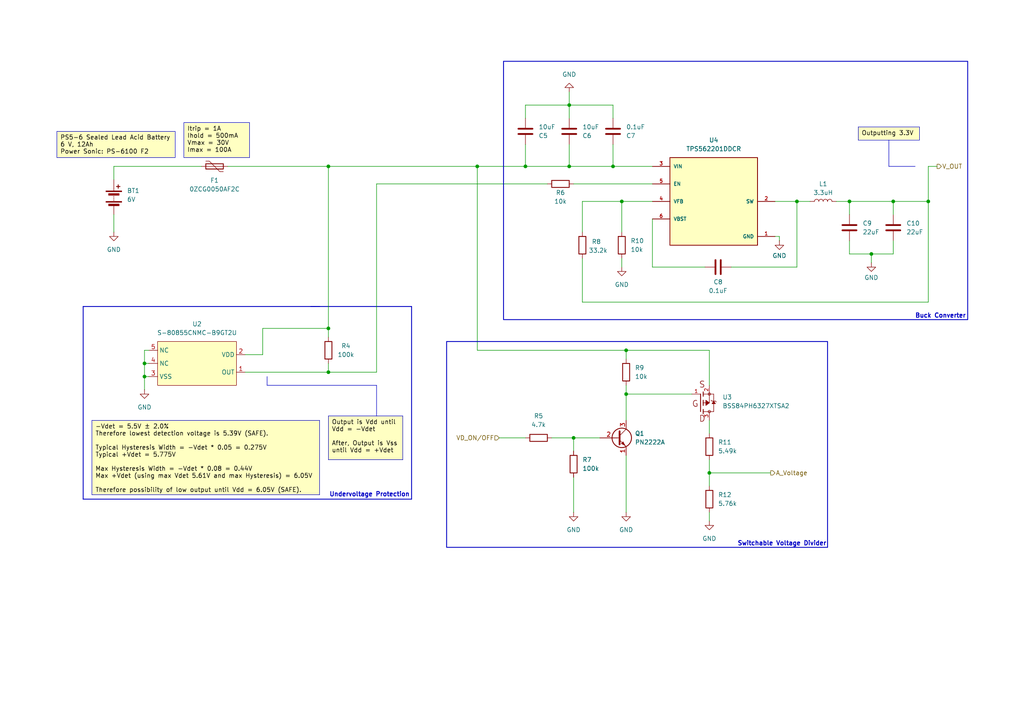
<source format=kicad_sch>
(kicad_sch (version 20231120) (generator "eeschema") (generator_version "8.0")
  (paper "A4")
  (title_block (title "Power") (date "2024-12-04") (rev "1.0") (company "PACS"))
  (lib_symbols
    (symbol "BSS84PH6327XTSA2:BSS84PH6327XTSA2" (pin_names (offset 1.016))
      (property "Reference" "U" (at 6.35 0 0))
      (property "Value" "BSS84PH6327XTSA2" (at 6.35 -2.54 0))
      (symbol "BSS84PH6327XTSA2_0_0"
        (polyline (pts (xy 0 -2.54) (xy 0 2.54)) (stroke (width 0.254)))
        (polyline (pts (xy 0.762 -3.175) (xy 0.762 -2.54)) (stroke (width 0.254)))
        (polyline (pts (xy 0.762 -2.54) (xy 0.762 -1.905)) (stroke (width 0.254)))
        (polyline (pts (xy 0.762 -2.54) (xy 3.81 -2.54)) (stroke (width 0.1524)))
        (polyline (pts (xy 0.762 -0.762) (xy 0.762 0)) (stroke (width 0.254)))
        (polyline (pts (xy 0.762 0) (xy 0.762 0.762)) (stroke (width 0.254)))
        (polyline (pts (xy 0.762 0) (xy 2.54 0)) (stroke (width 0.1524)))
        (polyline (pts (xy 0.762 1.905) (xy 0.762 2.54)) (stroke (width 0.254)))
        (polyline (pts (xy 0.762 2.54) (xy 0.762 3.175)) (stroke (width 0.254)))
        (polyline (pts (xy 2.54 0) (xy 2.54 2.54)) (stroke (width 0.1524)))
        (polyline (pts (xy 2.54 2.54) (xy 0.762 2.54)) (stroke (width 0.1524)))
        (polyline (pts (xy 2.54 2.54) (xy 3.81 2.54)) (stroke (width 0.1524)))
        (polyline (pts (xy 3.048 0.762) (xy 3.302 0.508)) (stroke (width 0.1524)))
        (polyline (pts (xy 3.302 0.508) (xy 3.81 0.508)) (stroke (width 0.1524)))
        (polyline (pts (xy 3.81 -2.54) (xy 3.81 0.508)) (stroke (width 0.1524)))
        (polyline (pts (xy 3.81 0.508) (xy 3.81 2.54)) (stroke (width 0.1524)))
        (polyline (pts (xy 3.81 0.508) (xy 4.318 0.508)) (stroke (width 0.1524)))
        (polyline (pts (xy 4.318 0.508) (xy 4.572 0.254)) (stroke (width 0.1524)))
        (polyline (pts (xy 2.54 0) (xy 1.524 0.762) (xy 1.524 -0.762) (xy 2.54 0)) (stroke (width 0.1524)) (fill (type outline)))
        (polyline (pts (xy 3.81 0.508) (xy 4.318 -0.254) (xy 3.302 -0.254) (xy 3.81 0.508)) (stroke (width 0.1524)) (fill (type outline)))
        (circle (center 2.54 -2.54) (radius 0.3592))
        (circle (center 2.54 2.54) (radius 0.3592))
        (text "D" (at -0.508 -5.588 0) (effects (font (size 1.778 1.778)) (justify left bottom)))
        (text "G" (at -2.54 -1.27 0) (effects (font (size 1.778 1.778)) (justify left bottom)))
        (text "S" (at -0.508 4.318 0) (effects (font (size 1.778 1.778)) (justify left bottom)))
        (pin passive line (at -2.54 2.54 0) (length 2.54) (name "~") (number "1"))
        (pin passive line (at 2.54 5.08 270) (length 2.54) (name "~") (number "2"))
        (pin passive line (at 2.54 -5.08 90) (length 2.54) (name "~") (number "3"))
      )
    )
    (symbol "Device:Battery" (pin_numbers hide) (pin_names (offset 0) hide)
      (property "Reference" "BT" (at 2.54 2.54 0))
      (property "Value" "Battery" (at 2.54 0 0))
      (symbol "Battery_0_1"
        (rectangle (start -2.286 -1.27) (end 2.286 -1.524) (fill (type outline)))
        (rectangle (start -2.286 1.778) (end 2.286 1.524) (fill (type outline)))
        (rectangle (start -1.524 -2.032) (end 1.524 -2.54) (fill (type outline)))
        (rectangle (start -1.524 1.016) (end 1.524 0.508) (fill (type outline)))
        (polyline (pts (xy 0 -1.016) (xy 0 -0.762)))
        (polyline (pts (xy 0 -0.508) (xy 0 -0.254)))
        (polyline (pts (xy 0 0) (xy 0 0.254)))
        (polyline (pts (xy 0 1.778) (xy 0 2.54)))
        (polyline (pts (xy 0.762 3.048) (xy 1.778 3.048)) (stroke (width 0.254)))
        (polyline (pts (xy 1.27 3.556) (xy 1.27 2.54)) (stroke (width 0.254)))
      )
      (symbol "Battery_1_1"
        (pin passive line (at 0 5.08 270) (length 2.54) (name "+") (number "1"))
        (pin passive line (at 0 -5.08 90) (length 2.54) (name "-") (number "2"))
      )
    )
    (symbol "Device:C" (pin_numbers hide) (pin_names (offset 0.254))
      (property "Reference" "C" (at 0.635 2.54 0))
      (property "Value" "C" (at 0.635 -2.54 0))
      (symbol "C_0_1"
        (polyline (pts (xy -2.032 -0.762) (xy 2.032 -0.762)) (stroke (width 0.508)))
        (polyline (pts (xy -2.032 0.762) (xy 2.032 0.762)) (stroke (width 0.508)))
      )
      (symbol "C_1_1"
        (pin passive line (at 0 3.81 270) (length 2.794) (name "~") (number "1"))
        (pin passive line (at 0 -3.81 90) (length 2.794) (name "~") (number "2"))
      )
    )
    (symbol "Device:L" (pin_numbers hide) (pin_names (offset 1.016) hide)
      (property "Reference" "L" (at -1.27 0 90))
      (property "Value" "L" (at 1.905 0 90))
      (symbol "L_0_1"
        (arc (start 0 -2.54) (mid 0.6323 -1.905) (end 0 -1.27))
        (arc (start 0 -1.27) (mid 0.6323 -0.635) (end 0 0))
        (arc (start 0 0) (mid 0.6323 0.635) (end 0 1.27))
        (arc (start 0 1.27) (mid 0.6323 1.905) (end 0 2.54))
      )
      (symbol "L_1_1"
        (pin passive line (at 0 3.81 270) (length 1.27) (name "1") (number "1"))
        (pin passive line (at 0 -3.81 90) (length 1.27) (name "2") (number "2"))
      )
    )
    (symbol "Device:Polyfuse" (pin_numbers hide) (pin_names (offset 0))
      (property "Reference" "F" (at -2.54 0 90))
      (property "Value" "Polyfuse" (at 2.54 0 90))
      (symbol "Polyfuse_0_1"
        (rectangle (start -0.762 2.54) (end 0.762 -2.54) (stroke (width 0.254)))
        (polyline (pts (xy 0 2.54) (xy 0 -2.54)))
        (polyline (pts (xy -1.524 2.54) (xy -1.524 1.524) (xy 1.524 -1.524) (xy 1.524 -2.54)))
      )
      (symbol "Polyfuse_1_1"
        (pin passive line (at 0 3.81 270) (length 1.27) (name "~") (number "1"))
        (pin passive line (at 0 -3.81 90) (length 1.27) (name "~") (number "2"))
      )
    )
    (symbol "Device:R" (pin_numbers hide) (pin_names (offset 0))
      (property "Reference" "R" (at 2.032 0 90))
      (property "Value" "R" (at 0 0 90))
      (symbol "R_0_1"
        (rectangle (start -1.016 -2.54) (end 1.016 2.54) (stroke (width 0.254)))
      )
      (symbol "R_1_1"
        (pin passive line (at 0 3.81 270) (length 1.27) (name "~") (number "1"))
        (pin passive line (at 0 -3.81 90) (length 1.27) (name "~") (number "2"))
      )
    )
    (symbol "S-80855CNMC-B9GT2U:S-80855CNMC-B9GT2U"
      (property "Reference" "U" (at 0 0 0))
      (property "Value" "S-80855CNMC-B9GT2U" (at 0 -2.54 0))
      (symbol "S-80855CNMC-B9GT2U_1_1"
        (rectangle (start -11.43 -3.81) (end 11.43 -16.51) (fill (type background)))
        (pin output line (at 13.97 -12.7 180) (length 2.54) (name "OUT") (number "1"))
        (pin passive line (at 13.97 -7.62 180) (length 2.54) (name "VDD") (number "2"))
        (pin passive line (at -13.97 -13.97 0) (length 2.54) (name "VSS") (number "3"))
        (pin passive line (at -13.97 -10.16 0) (length 2.54) (name "NC") (number "4"))
        (pin passive line (at -13.97 -6.35 0) (length 2.54) (name "NC") (number "5"))
      )
    )
    (symbol "TPS562201DDCR:TPS562201DDCR" (pin_names (offset 1.016))
      (property "Reference" "U" (at -12.7 13.7 0))
      (property "Value" "TPS562201DDCR" (at -12.7 -16.7 0))
      (symbol "TPS562201DDCR_0_0"
        (rectangle (start -12.7 -12.7) (end 12.7 12.7) (stroke (width 0.254)) (fill (type background)))
        (pin power_in line (at 17.78 -10.16 180) (length 5.08) (name "GND") (number "1"))
        (pin bidirectional line (at 17.78 0 180) (length 5.08) (name "SW") (number "2"))
        (pin power_in line (at -17.78 10.16 0) (length 5.08) (name "VIN") (number "3"))
        (pin input line (at -17.78 0 0) (length 5.08) (name "VFB") (number "4"))
        (pin input line (at -17.78 5.08 0) (length 5.08) (name "EN") (number "5"))
        (pin input line (at -17.78 -5.08 0) (length 5.08) (name "VBST") (number "6"))
      )
    )
    (symbol "Transistor_BJT:PN2222A" (pin_names (offset 0) hide)
      (property "Reference" "Q" (at 5.08 1.905 0))
      (property "Value" "PN2222A" (at 5.08 0 0))
      (symbol "PN2222A_0_1"
        (polyline (pts (xy 0 0) (xy 0.635 0)))
        (polyline (pts (xy 2.54 -2.54) (xy 0.635 -0.635)))
        (polyline (pts (xy 2.54 2.54) (xy 0.635 0.635)))
        (polyline (pts (xy 0.635 1.905) (xy 0.635 -1.905) (xy 0.635 -1.905)) (stroke (width 0.508)))
        (polyline (pts (xy 2.413 -2.413) (xy 1.905 -1.905) (xy 1.905 -1.905)))
        (polyline (pts (xy 1.143 -1.651) (xy 1.651 -1.143) (xy 2.159 -2.159) (xy 1.143 -1.651) (xy 1.143 -1.651)) (fill (type outline)))
        (circle (center 1.27 0) (radius 2.8194) (stroke (width 0.254)))
      )
      (symbol "PN2222A_1_1"
        (pin passive line (at 2.54 -5.08 90) (length 2.54) (name "E") (number "1"))
        (pin input line (at -5.08 0 0) (length 5.08) (name "B") (number "2"))
        (pin passive line (at 2.54 5.08 270) (length 2.54) (name "C") (number "3"))
      )
    )
    (symbol "power:GND" (power) (pin_numbers hide) (pin_names (offset 0) hide)
      (property "Value" "GND" (at 0 -3.81 0))
      (symbol "GND_0_1"
        (polyline (pts (xy 0 0) (xy 0 -1.27) (xy 1.27 -1.27) (xy 0 -2.54) (xy -1.27 -1.27) (xy 0 -1.27)))
      )
      (symbol "GND_1_1"
        (pin power_in line (at 0 0 270) (length 0) (name "~") (number "1"))
      )
    )
  )
  (junction (at 181.61 114.3))
  (junction (at 180.34 58.42))
  (junction (at 95.25 95.25))
  (junction (at 205.74 137.16))
  (junction (at 269.24 58.42))
  (junction (at 41.91 109.22))
  (junction (at 41.91 105.41))
  (junction (at 95.25 107.95))
  (junction (at 177.8 48.26))
  (junction (at 166.37 127))
  (junction (at 181.61 101.6))
  (junction (at 231.14 58.42))
  (junction (at 246.38 58.42))
  (junction (at 165.1 48.26))
  (junction (at 252.73 73.66))
  (junction (at 95.25 48.26))
  (junction (at 165.1 30.48))
  (junction (at 152.4 48.26))
  (junction (at 138.43 48.26))
  (junction (at 259.08 58.42))
  (wire (pts (xy 33.02 48.26) (xy 33.02 52.07)))
  (wire (pts (xy 109.22 53.34) (xy 158.75 53.34)))
  (wire (pts (xy 95.25 48.26) (xy 138.43 48.26)))
  (wire (pts (xy 177.8 48.26) (xy 177.8 41.91)))
  (wire (pts (xy 180.34 74.93) (xy 180.34 77.47)))
  (wire (pts (xy 76.2 95.25) (xy 95.25 95.25)))
  (wire (pts (xy 189.23 58.42) (xy 180.34 58.42)))
  (wire (pts (xy 246.38 58.42) (xy 246.38 62.23)))
  (wire (pts (xy 41.91 105.41) (xy 43.18 105.41)))
  (wire (pts (xy 165.1 48.26) (xy 165.1 41.91)))
  (polyline (pts (xy 257.81 40.64) (xy 257.81 48.26)))
  (wire (pts (xy 269.24 48.26) (xy 271.78 48.26)))
  (wire (pts (xy 168.91 87.63) (xy 168.91 74.93)))
  (wire (pts (xy 165.1 30.48) (xy 165.1 26.67)))
  (wire (pts (xy 152.4 48.26) (xy 152.4 41.91)))
  (wire (pts (xy 166.37 138.43) (xy 166.37 148.59)))
  (wire (pts (xy 41.91 105.41) (xy 41.91 109.22)))
  (wire (pts (xy 246.38 69.85) (xy 246.38 73.66)))
  (wire (pts (xy 177.8 30.48) (xy 177.8 34.29)))
  (wire (pts (xy 205.74 121.92) (xy 205.74 125.73)))
  (wire (pts (xy 224.79 58.42) (xy 231.14 58.42)))
  (polyline (pts (xy 257.81 48.26) (xy 265.43 48.26)))
  (wire (pts (xy 177.8 48.26) (xy 189.23 48.26)))
  (wire (pts (xy 76.2 95.25) (xy 76.2 102.87)))
  (wire (pts (xy 144.78 127) (xy 152.4 127)))
  (wire (pts (xy 259.08 62.23) (xy 259.08 58.42)))
  (wire (pts (xy 138.43 101.6) (xy 138.43 48.26)))
  (wire (pts (xy 181.61 111.76) (xy 181.61 114.3)))
  (wire (pts (xy 205.74 148.59) (xy 205.74 151.13)))
  (wire (pts (xy 43.18 109.22) (xy 41.91 109.22)))
  (wire (pts (xy 181.61 101.6) (xy 181.61 104.14)))
  (wire (pts (xy 152.4 48.26) (xy 165.1 48.26)))
  (wire (pts (xy 165.1 48.26) (xy 177.8 48.26)))
  (wire (pts (xy 204.47 77.47) (xy 189.23 77.47)))
  (wire (pts (xy 181.61 101.6) (xy 138.43 101.6)))
  (wire (pts (xy 246.38 58.42) (xy 259.08 58.42)))
  (wire (pts (xy 231.14 77.47) (xy 212.09 77.47)))
  (wire (pts (xy 259.08 73.66) (xy 259.08 69.85)))
  (wire (pts (xy 168.91 87.63) (xy 269.24 87.63)))
  (wire (pts (xy 109.22 53.34) (xy 109.22 107.95)))
  (wire (pts (xy 205.74 101.6) (xy 181.61 101.6)))
  (wire (pts (xy 226.06 68.58) (xy 224.79 68.58)))
  (wire (pts (xy 166.37 53.34) (xy 189.23 53.34)))
  (wire (pts (xy 269.24 48.26) (xy 269.24 58.42)))
  (wire (pts (xy 168.91 58.42) (xy 180.34 58.42)))
  (polyline (pts (xy 109.22 111.76) (xy 77.47 111.76)))
  (wire (pts (xy 269.24 58.42) (xy 269.24 87.63)))
  (wire (pts (xy 181.61 132.08) (xy 181.61 148.59)))
  (wire (pts (xy 189.23 63.5) (xy 189.23 77.47)))
  (wire (pts (xy 152.4 34.29) (xy 152.4 30.48)))
  (wire (pts (xy 95.25 107.95) (xy 109.22 107.95)))
  (wire (pts (xy 33.02 62.23) (xy 33.02 67.31)))
  (polyline (pts (xy 24.13 88.9) (xy 24.13 144.78)) (stroke (width 0.254)))
  (wire (pts (xy 95.25 95.25) (xy 95.25 97.79)))
  (wire (pts (xy 165.1 34.29) (xy 165.1 30.48)))
  (polyline (pts (xy 90.17 88.9) (xy 92.71 88.9)) (stroke (width 0.254)))
  (wire (pts (xy 76.2 102.87) (xy 71.12 102.87)))
  (wire (pts (xy 205.74 101.6) (xy 205.74 111.76)))
  (wire (pts (xy 246.38 73.66) (xy 252.73 73.66)))
  (wire (pts (xy 152.4 30.48) (xy 165.1 30.48)))
  (wire (pts (xy 180.34 58.42) (xy 180.34 67.31)))
  (wire (pts (xy 181.61 114.3) (xy 200.66 114.3)))
  (wire (pts (xy 33.02 48.26) (xy 58.42 48.26)))
  (wire (pts (xy 181.61 114.3) (xy 181.61 121.92)))
  (polyline (pts (xy 119.38 144.78) (xy 119.38 88.9)) (stroke (width 0.254)))
  (wire (pts (xy 66.04 48.26) (xy 95.25 48.26)))
  (wire (pts (xy 95.25 105.41) (xy 95.25 107.95)))
  (wire (pts (xy 71.12 107.95) (xy 95.25 107.95)))
  (wire (pts (xy 41.91 101.6) (xy 43.18 101.6)))
  (wire (pts (xy 269.24 58.42) (xy 259.08 58.42)))
  (wire (pts (xy 166.37 127) (xy 166.37 130.81)))
  (wire (pts (xy 205.74 137.16) (xy 223.52 137.16)))
  (wire (pts (xy 205.74 133.35) (xy 205.74 137.16)))
  (wire (pts (xy 252.73 73.66) (xy 259.08 73.66)))
  (wire (pts (xy 205.74 137.16) (xy 205.74 140.97)))
  (polyline (pts (xy 109.22 111.76) (xy 109.22 120.65)))
  (polyline (pts (xy 77.47 109.22) (xy 77.47 111.76)))
  (wire (pts (xy 41.91 109.22) (xy 41.91 113.03)))
  (polyline (pts (xy 91.44 88.9) (xy 24.13 88.9)) (stroke (width 0.254)))
  (wire (pts (xy 173.99 127) (xy 166.37 127)))
  (wire (pts (xy 41.91 101.6) (xy 41.91 105.41)))
  (wire (pts (xy 226.06 69.85) (xy 226.06 68.58)))
  (wire (pts (xy 231.14 58.42) (xy 231.14 77.47)))
  (polyline (pts (xy 119.38 88.9) (xy 90.17 88.9)) (stroke (width 0.254)))
  (wire (pts (xy 231.14 58.42) (xy 234.95 58.42)))
  (wire (pts (xy 242.57 58.42) (xy 246.38 58.42)))
  (wire (pts (xy 138.43 48.26) (xy 152.4 48.26)))
  (wire (pts (xy 165.1 30.48) (xy 177.8 30.48)))
  (polyline (pts (xy 24.13 144.78) (xy 119.38 144.78)) (stroke (width 0.254)))
  (wire (pts (xy 168.91 67.31) (xy 168.91 58.42)))
  (wire (pts (xy 160.02 127) (xy 166.37 127)))
  (wire (pts (xy 95.25 48.26) (xy 95.25 95.25)))
  (wire (pts (xy 252.73 73.66) (xy 252.73 76.2)))
  (rectangle (start 129.54 99.06) (end 240.03 158.75) (stroke (width 0.254)))
  (rectangle (start 146.05 17.78) (end 280.67 92.71) (stroke (width 0.254)))
  (text_box "Output is Vdd until Vdd = -Vdet\n\nAfter, Output is Vss until Vdd = +Vdet" (at 95.25 120.65 0) (size 21.59 12.7) (fill (type color) (color 255 255 194 1)) (effects (font (size 1.27 1.27)) (justify left top)))
  (text_box "-Vdet = 5.5V ± 2.0%\nTherefore lowest detection voltage is 5.39V (SAFE).\n\nTypical Hysteresis Width = -Vdet * 0.05 = 0.275V\nTypical +Vdet = 5.775V\n\nMax Hysteresis Width = -Vdet * 0.08 = 0.44V\nMax +Vdet (using max Vdet 5.61V and max Hysteresis) = 6.05V\n\nTherefore possibility of low output until Vdd = 6.05V (SAFE)." (at 26.67 121.92 0) (size 66.04 21.59) (fill (type color) (color 255 255 194 1)) (effects (font (size 1.27 1.27)) (justify left top)))
  (text_box "Outputting 3.3V" (at 248.92 36.83 0) (size 17.78 3.81) (fill (type color) (color 255 255 194 1)) (effects (font (size 1.27 1.27)) (justify left top)))
  (text_box "Itrip = 1A\nIhold = 500mA\nVmax = 30V\nImax = 100A" (at 53.34 35.56 0) (size 19.05 10.16) (fill (type color) (color 255 255 194 1)) (effects (font (size 1.27 1.27)) (justify left top)))
  (text_box "PS5-6 Sealed Lead Acid Battery\n6 V, 12Ah\nPower Sonic: PS-6100 F2" (at 16.51 38.1 0) (size 34.29 7.62) (fill (type color) (color 255 255 194 1)) (effects (font (size 1.27 1.27)) (justify left top)))
  (text "Switchable Voltage Divider" (at 226.822 157.734 0) (effects (font (size 1.27 1.27) (thickness 0.254) (bold yes))))
  (text "Undervoltage Protection" (at 107.188 143.51 0) (effects (font (size 1.27 1.27) (thickness 0.254) (bold yes))))
  (text "Buck Converter" (at 272.796 91.694 0) (effects (font (size 1.27 1.27) (thickness 0.254) (bold yes))))
  (hierarchical_label "V_OUT" (shape output) (at 271.78 48.26 0))
  (hierarchical_label "VD_ON{slash}OFF" (shape input) (at 144.78 127 180))
  (hierarchical_label "A_Voltage" (shape output) (at 223.52 137.16 0))
  (symbol (lib_id "Device:R") (at 162.56 53.34 90) (unit 1)
    (property "Reference" "R6" (at 162.56 55.88 90))
    (property "Value" "10k" (at 162.56 58.42 90))
    (property "Description" "Resistor" (effects (hide yes)))
  )
  (symbol (lib_id "Device:C") (at 165.1 38.1 0) (mirror x) (unit 1)
    (property "Reference" "C6" (at 168.91 39.3701 0) (effects (justify left)))
    (property "Value" "10uF" (at 168.91 36.8301 0) (effects (justify left)))
    (property "Description" "Unpolarized capacitor" (effects (hide yes)))
  )
  (symbol (lib_id "power:GND") (at 181.61 148.59 0) (unit 1)
    (property "Reference" "#PWR015" (effects (hide yes)))
    (property "Value" "GND" (at 181.61 153.67 0))
    (property "Description" "Power symbol creates a global label with name \"GND\" , ground" (effects (hide yes)))
  )
  (symbol (lib_id "power:GND") (at 226.06 69.85 0) (unit 1)
    (property "Reference" "#PWR018" (effects (hide yes)))
    (property "Value" "GND" (at 226.06 74.168 0))
    (property "Description" "Power symbol creates a global label with name \"GND\" , ground" (effects (hide yes)))
  )
  (symbol (lib_id "Device:R") (at 156.21 127 90) (unit 1)
    (property "Reference" "R5" (at 156.21 120.65 90))
    (property "Value" "4.7k" (at 156.21 123.19 90))
    (property "Description" "Resistor" (effects (hide yes)))
  )
  (symbol (lib_id "Device:R") (at 95.25 101.6 0) (mirror y) (unit 1)
    (property "Reference" "R4" (at 100.33 100.33 0))
    (property "Value" "100k" (at 100.33 102.87 0))
    (property "Description" "Resistor" (effects (hide yes)))
  )
  (symbol (lib_id "Device:C") (at 208.28 77.47 90) (unit 1)
    (property "Reference" "C8" (at 208.28 81.788 90))
    (property "Value" "0.1uF" (at 208.28 84.328 90))
    (property "Description" "Unpolarized capacitor" (effects (hide yes)))
  )
  (symbol (lib_id "power:GND") (at 252.73 76.2 0) (unit 1)
    (property "Reference" "#PWR019" (effects (hide yes)))
    (property "Value" "GND" (at 252.73 80.518 0))
    (property "Description" "Power symbol creates a global label with name \"GND\" , ground" (effects (hide yes)))
  )
  (symbol (lib_id "power:GND") (at 41.91 113.03 0) (unit 1)
    (property "Reference" "#PWR012" (effects (hide yes)))
    (property "Value" "GND" (at 41.91 118.11 0))
    (property "Description" "Power symbol creates a global label with name \"GND\" , ground" (effects (hide yes)))
  )
  (symbol (lib_id "Device:C") (at 259.08 66.04 0) (unit 1)
    (property "Reference" "C10" (at 262.89 64.7699 0) (effects (justify left)))
    (property "Value" "22uF" (at 262.89 67.3099 0) (effects (justify left)))
    (property "Description" "Unpolarized capacitor" (effects (hide yes)))
  )
  (symbol (lib_id "Transistor_BJT:PN2222A") (at 179.07 127 0) (unit 1)
    (property "Reference" "Q1" (at 184.15 125.7299 0) (effects (justify left)))
    (property "Value" "PN2222A" (at 184.15 128.2699 0) (effects (justify left)))
    (property "Footprint" "Package_TO_SOT_THT:TO-92_Inline" (effects (hide yes)))
    (property "Datasheet" "https://www.onsemi.com/pub/Collateral/PN2222-D.PDF" (effects (hide yes)))
    (property "Description" "1A Ic, 40V Vce, NPN Transistor, General Purpose Transistor, TO-92" (effects (hide yes)))
  )
  (symbol (lib_id "Device:Battery") (at 33.02 57.15 0) (unit 1)
    (property "Reference" "BT1" (at 36.83 55.3084 0) (effects (justify left)))
    (property "Value" "6V" (at 36.83 57.8484 0) (effects (justify left)))
    (property "Description" "Multiple-cell battery" (effects (hide yes)))
  )
  (symbol (lib_id "power:GND") (at 166.37 148.59 0) (unit 1)
    (property "Reference" "#PWR013" (effects (hide yes)))
    (property "Value" "GND" (at 166.37 153.67 0))
    (property "Description" "Power symbol creates a global label with name \"GND\" , ground" (effects (hide yes)))
  )
  (symbol (lib_id "BSS84PH6327XTSA2:BSS84PH6327XTSA2") (at 203.2 116.84 0) (unit 1)
    (property "Reference" "U3" (at 209.55 115.1902 0) (effects (justify left)))
    (property "Value" "BSS84PH6327XTSA2" (at 209.55 117.7302 0) (effects (justify left)))
    (property "Footprint" "BSS84PH6327XTSA2:SOT-23-3" (effects (hide yes)))
    (property "MF" "Infineon" (effects (hide yes)))
    (property "Description_1" "\n                        \n                            Infineon's highly innovative OptiMOSâ„¢ families include p-channel power MOSFETs.\n                        \n" (effects (hide yes)))
    (property "Package" "SOT-23 Infineon Technologies" (effects (hide yes)))
    (property "Price" "None" (effects (hide yes)))
    (property "SnapEDA_Link" "https://www.snapeda.com/parts/BSS84PH6327XTSA2/Infineon/view-part/?ref=snap" (effects (hide yes)))
    (property "MP" "BSS84PH6327XTSA2" (effects (hide yes)))
    (property "Availability" "In Stock" (effects (hide yes)))
    (property "Check_prices" "https://www.snapeda.com/parts/BSS84PH6327XTSA2/Infineon/view-part/?ref=eda" (effects (hide yes)))
  )
  (symbol (lib_id "Device:R") (at 166.37 134.62 0) (unit 1)
    (property "Reference" "R7" (at 168.91 133.3499 0) (effects (justify left)))
    (property "Value" "100k" (at 168.91 135.8899 0) (effects (justify left)))
    (property "Description" "Resistor" (effects (hide yes)))
  )
  (symbol (lib_id "Device:R") (at 205.74 144.78 0) (unit 1)
    (property "Reference" "R12" (at 208.28 143.5099 0) (effects (justify left)))
    (property "Value" "5.76k" (at 208.28 146.0499 0) (effects (justify left)))
    (property "Description" "Resistor" (effects (hide yes)))
  )
  (symbol (lib_id "Device:Polyfuse") (at 62.23 48.26 90) (mirror x) (unit 1)
    (property "Reference" "F1" (at 62.23 52.324 90))
    (property "Value" "0ZCG0050AF2C" (at 62.23 54.864 90))
    (property "Description" "Resettable fuse, polymeric positive temperature coefficient" (effects (hide yes)))
  )
  (symbol (lib_id "Device:R") (at 180.34 71.12 0) (unit 1)
    (property "Reference" "R10" (at 182.88 69.8499 0) (effects (justify left)))
    (property "Value" "10k" (at 182.88 72.3899 0) (effects (justify left)))
    (property "Description" "Resistor" (effects (hide yes)))
  )
  (symbol (lib_id "Device:C") (at 246.38 66.04 0) (unit 1)
    (property "Reference" "C9" (at 250.19 64.7699 0) (effects (justify left)))
    (property "Value" "22uF" (at 250.19 67.3099 0) (effects (justify left)))
    (property "Description" "Unpolarized capacitor" (effects (hide yes)))
  )
  (symbol (lib_id "power:GND") (at 165.1 26.67 0) (mirror x) (unit 1)
    (property "Reference" "#PWR014" (effects (hide yes)))
    (property "Value" "GND" (at 165.1 21.59 0))
    (property "Description" "Power symbol creates a global label with name \"GND\" , ground" (effects (hide yes)))
  )
  (symbol (lib_id "TPS562201DDCR:TPS562201DDCR") (at 207.01 58.42 0) (unit 1)
    (property "Reference" "U4" (at 207.01 40.64 0))
    (property "Value" "TPS562201DDCR" (at 207.01 43.18 0))
    (property "Footprint" "TPS562201DDCR:SOT95P280X110-6N" (effects (hide yes)))
    (property "MF" "Texas Instruments" (effects (hide yes)))
    (property "MAXIMUM_PACKAGE_HEIGHT" "1.10 mm" (effects (hide yes)))
    (property "Package" "SOT-23-THN-6 Texas Instruments" (effects (hide yes)))
    (property "Price" "None" (effects (hide yes)))
    (property "Check_prices" "https://www.snapeda.com/parts/TPS562201DDCR/Texas+Instruments/view-part/?ref=eda" (effects (hide yes)))
    (property "STANDARD" "IPC-7351B" (effects (hide yes)))
    (property "PARTREV" "A" (effects (hide yes)))
    (property "SnapEDA_Link" "https://www.snapeda.com/parts/TPS562201DDCR/Texas+Instruments/view-part/?ref=snap" (effects (hide yes)))
    (property "MP" "TPS562201DDCR" (effects (hide yes)))
    (property "Description_1" "\n                        \n                            4.5 V to 17 V input, 2 A output, synchronous step-down converter in Eco-mode\n                        \n" (effects (hide yes)))
    (property "Availability" "In Stock" (effects (hide yes)))
    (property "MANUFACTURER" "Texas Instruments" (effects (hide yes)))
  )
  (symbol (lib_id "Device:R") (at 168.91 71.12 0) (unit 1)
    (property "Reference" "R8" (at 172.974 70.104 0))
    (property "Value" "33.2k" (at 173.482 72.644 0))
    (property "Description" "Resistor" (effects (hide yes)))
  )
  (symbol (lib_id "power:GND") (at 205.74 151.13 0) (unit 1)
    (property "Reference" "#PWR017" (effects (hide yes)))
    (property "Value" "GND" (at 205.74 156.21 0))
    (property "Description" "Power symbol creates a global label with name \"GND\" , ground" (effects (hide yes)))
  )
  (symbol (lib_id "power:GND") (at 33.02 67.31 0) (unit 1)
    (property "Reference" "#PWR011" (effects (hide yes)))
    (property "Value" "GND" (at 33.02 72.39 0))
    (property "Description" "Power symbol creates a global label with name \"GND\" , ground" (effects (hide yes)))
  )
  (symbol (lib_id "Device:L") (at 238.76 58.42 90) (unit 1)
    (property "Reference" "L1" (at 238.76 53.34 90))
    (property "Value" "3.3uH" (at 238.76 55.88 90))
    (property "Description" "Inductor" (effects (hide yes)))
  )
  (symbol (lib_id "power:GND") (at 180.34 77.47 0) (unit 1)
    (property "Reference" "#PWR016" (effects (hide yes)))
    (property "Value" "GND" (at 180.34 82.55 0))
    (property "Description" "Power symbol creates a global label with name \"GND\" , ground" (effects (hide yes)))
  )
  (symbol (lib_id "Device:C") (at 152.4 38.1 0) (mirror x) (unit 1)
    (property "Reference" "C5" (at 156.21 39.3701 0) (effects (justify left)))
    (property "Value" "10uF" (at 156.21 36.8301 0) (effects (justify left)))
    (property "Description" "Unpolarized capacitor" (effects (hide yes)))
  )
  (symbol (lib_id "Device:R") (at 205.74 129.54 0) (unit 1)
    (property "Reference" "R11" (at 208.28 128.2699 0) (effects (justify left)))
    (property "Value" "5.49k" (at 208.28 130.8099 0) (effects (justify left)))
    (property "Description" "Resistor" (effects (hide yes)))
  )
  (symbol (lib_id "Device:R") (at 181.61 107.95 0) (unit 1)
    (property "Reference" "R9" (at 184.15 106.6799 0) (effects (justify left)))
    (property "Value" "10k" (at 184.15 109.2199 0) (effects (justify left)))
    (property "Description" "Resistor" (effects (hide yes)))
  )
  (symbol (lib_id "Device:C") (at 177.8 38.1 0) (mirror x) (unit 1)
    (property "Reference" "C7" (at 181.61 39.3701 0) (effects (justify left)))
    (property "Value" "0.1uF" (at 181.61 36.8301 0) (effects (justify left)))
    (property "Description" "Unpolarized capacitor" (effects (hide yes)))
  )
  (symbol (lib_id "S-80855CNMC-B9GT2U:S-80855CNMC-B9GT2U") (at 57.15 95.25 0) (unit 1)
    (property "Reference" "U2" (at 57.15 93.98 0))
    (property "Value" "S-80855CNMC-B9GT2U" (at 57.15 96.52 0))
    (property "Footprint" "Package_TO_SOT_SMD:SOT-23-5" (effects (hide yes)))
    (property "Description" "Power Supervisor, 5.5V Threshold, Open Drain or Open Collector Output, SOT-23-5" (effects (hide yes)))
  )
)
</source>
